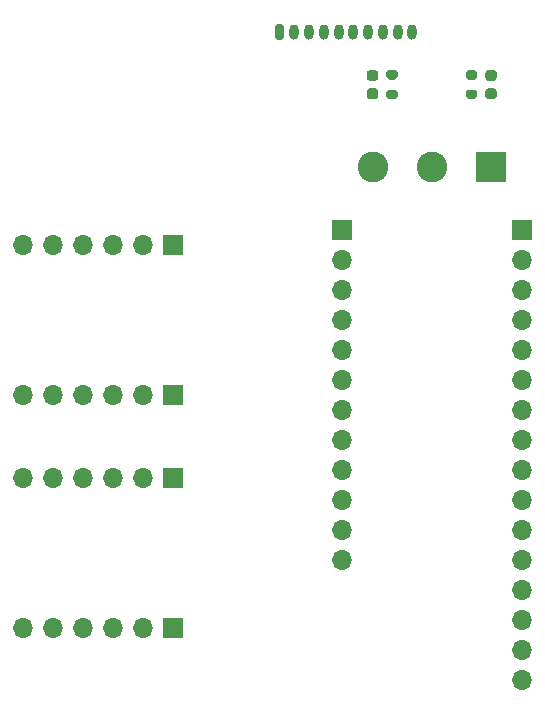
<source format=gbr>
%TF.GenerationSoftware,KiCad,Pcbnew,(5.1.10)-1*%
%TF.CreationDate,2023-09-20T19:37:08-05:00*%
%TF.ProjectId,brs_flight_computer,6272735f-666c-4696-9768-745f636f6d70,A*%
%TF.SameCoordinates,Original*%
%TF.FileFunction,Soldermask,Top*%
%TF.FilePolarity,Negative*%
%FSLAX46Y46*%
G04 Gerber Fmt 4.6, Leading zero omitted, Abs format (unit mm)*
G04 Created by KiCad (PCBNEW (5.1.10)-1) date 2023-09-20 19:37:08*
%MOMM*%
%LPD*%
G01*
G04 APERTURE LIST*
%ADD10C,2.600000*%
%ADD11R,2.600000X2.600000*%
%ADD12O,1.700000X1.700000*%
%ADD13R,1.700000X1.700000*%
%ADD14O,0.800000X1.300000*%
G04 APERTURE END LIST*
%TO.C,R2*%
G36*
G01*
X162835000Y-81236000D02*
X162285000Y-81236000D01*
G75*
G02*
X162085000Y-81036000I0J200000D01*
G01*
X162085000Y-80636000D01*
G75*
G02*
X162285000Y-80436000I200000J0D01*
G01*
X162835000Y-80436000D01*
G75*
G02*
X163035000Y-80636000I0J-200000D01*
G01*
X163035000Y-81036000D01*
G75*
G02*
X162835000Y-81236000I-200000J0D01*
G01*
G37*
G36*
G01*
X162835000Y-82886000D02*
X162285000Y-82886000D01*
G75*
G02*
X162085000Y-82686000I0J200000D01*
G01*
X162085000Y-82286000D01*
G75*
G02*
X162285000Y-82086000I200000J0D01*
G01*
X162835000Y-82086000D01*
G75*
G02*
X163035000Y-82286000I0J-200000D01*
G01*
X163035000Y-82686000D01*
G75*
G02*
X162835000Y-82886000I-200000J0D01*
G01*
G37*
%TD*%
%TO.C,R1*%
G36*
G01*
X156104000Y-81236000D02*
X155554000Y-81236000D01*
G75*
G02*
X155354000Y-81036000I0J200000D01*
G01*
X155354000Y-80636000D01*
G75*
G02*
X155554000Y-80436000I200000J0D01*
G01*
X156104000Y-80436000D01*
G75*
G02*
X156304000Y-80636000I0J-200000D01*
G01*
X156304000Y-81036000D01*
G75*
G02*
X156104000Y-81236000I-200000J0D01*
G01*
G37*
G36*
G01*
X156104000Y-82886000D02*
X155554000Y-82886000D01*
G75*
G02*
X155354000Y-82686000I0J200000D01*
G01*
X155354000Y-82286000D01*
G75*
G02*
X155554000Y-82086000I200000J0D01*
G01*
X156104000Y-82086000D01*
G75*
G02*
X156304000Y-82286000I0J-200000D01*
G01*
X156304000Y-82686000D01*
G75*
G02*
X156104000Y-82886000I-200000J0D01*
G01*
G37*
%TD*%
%TO.C,C2*%
G36*
G01*
X164461000Y-81336000D02*
X163961000Y-81336000D01*
G75*
G02*
X163736000Y-81111000I0J225000D01*
G01*
X163736000Y-80661000D01*
G75*
G02*
X163961000Y-80436000I225000J0D01*
G01*
X164461000Y-80436000D01*
G75*
G02*
X164686000Y-80661000I0J-225000D01*
G01*
X164686000Y-81111000D01*
G75*
G02*
X164461000Y-81336000I-225000J0D01*
G01*
G37*
G36*
G01*
X164461000Y-82886000D02*
X163961000Y-82886000D01*
G75*
G02*
X163736000Y-82661000I0J225000D01*
G01*
X163736000Y-82211000D01*
G75*
G02*
X163961000Y-81986000I225000J0D01*
G01*
X164461000Y-81986000D01*
G75*
G02*
X164686000Y-82211000I0J-225000D01*
G01*
X164686000Y-82661000D01*
G75*
G02*
X164461000Y-82886000I-225000J0D01*
G01*
G37*
%TD*%
%TO.C,C1*%
G36*
G01*
X154428000Y-81336000D02*
X153928000Y-81336000D01*
G75*
G02*
X153703000Y-81111000I0J225000D01*
G01*
X153703000Y-80661000D01*
G75*
G02*
X153928000Y-80436000I225000J0D01*
G01*
X154428000Y-80436000D01*
G75*
G02*
X154653000Y-80661000I0J-225000D01*
G01*
X154653000Y-81111000D01*
G75*
G02*
X154428000Y-81336000I-225000J0D01*
G01*
G37*
G36*
G01*
X154428000Y-82886000D02*
X153928000Y-82886000D01*
G75*
G02*
X153703000Y-82661000I0J225000D01*
G01*
X153703000Y-82211000D01*
G75*
G02*
X153928000Y-81986000I225000J0D01*
G01*
X154428000Y-81986000D01*
G75*
G02*
X154653000Y-82211000I0J-225000D01*
G01*
X154653000Y-82661000D01*
G75*
G02*
X154428000Y-82886000I-225000J0D01*
G01*
G37*
%TD*%
D10*
%TO.C,J5*%
X154211000Y-88646000D03*
X159211000Y-88646000D03*
D11*
X164211000Y-88646000D03*
%TD*%
D12*
%TO.C,J8*%
X124612400Y-114960400D03*
X127152400Y-114960400D03*
X129692400Y-114960400D03*
X132232400Y-114960400D03*
X134772400Y-114960400D03*
D13*
X137312400Y-114960400D03*
%TD*%
D12*
%TO.C,J7*%
X124612400Y-127660400D03*
X127152400Y-127660400D03*
X129692400Y-127660400D03*
X132232400Y-127660400D03*
X134772400Y-127660400D03*
D13*
X137312400Y-127660400D03*
%TD*%
D12*
%TO.C,J6*%
X151609000Y-121920000D03*
X151609000Y-119380000D03*
X151609000Y-116840000D03*
X151609000Y-114300000D03*
X151609000Y-111760000D03*
X151609000Y-109220000D03*
X151609000Y-106680000D03*
X151609000Y-104140000D03*
X151609000Y-101600000D03*
X151609000Y-99060000D03*
X151609000Y-96520000D03*
D13*
X151609000Y-93980000D03*
%TD*%
D12*
%TO.C,J4*%
X166849000Y-132080000D03*
X166849000Y-129540000D03*
X166849000Y-127000000D03*
X166849000Y-124460000D03*
X166849000Y-121920000D03*
X166849000Y-119380000D03*
X166849000Y-116840000D03*
X166849000Y-114300000D03*
X166849000Y-111760000D03*
X166849000Y-109220000D03*
X166849000Y-106680000D03*
X166849000Y-104140000D03*
X166849000Y-101600000D03*
X166849000Y-99060000D03*
X166849000Y-96520000D03*
D13*
X166849000Y-93980000D03*
%TD*%
D14*
%TO.C,J3*%
X157554000Y-77216000D03*
X156304000Y-77216000D03*
X155054000Y-77216000D03*
X153804000Y-77216000D03*
X152554000Y-77216000D03*
X151304000Y-77216000D03*
X150054000Y-77216000D03*
X148804000Y-77216000D03*
X147554000Y-77216000D03*
G36*
G01*
X145904000Y-77666000D02*
X145904000Y-76766000D01*
G75*
G02*
X146104000Y-76566000I200000J0D01*
G01*
X146504000Y-76566000D01*
G75*
G02*
X146704000Y-76766000I0J-200000D01*
G01*
X146704000Y-77666000D01*
G75*
G02*
X146504000Y-77866000I-200000J0D01*
G01*
X146104000Y-77866000D01*
G75*
G02*
X145904000Y-77666000I0J200000D01*
G01*
G37*
%TD*%
D12*
%TO.C,J2*%
X124587000Y-95250000D03*
X127127000Y-95250000D03*
X129667000Y-95250000D03*
X132207000Y-95250000D03*
X134747000Y-95250000D03*
D13*
X137287000Y-95250000D03*
%TD*%
D12*
%TO.C,J1*%
X124587000Y-107950000D03*
X127127000Y-107950000D03*
X129667000Y-107950000D03*
X132207000Y-107950000D03*
X134747000Y-107950000D03*
D13*
X137287000Y-107950000D03*
%TD*%
M02*

</source>
